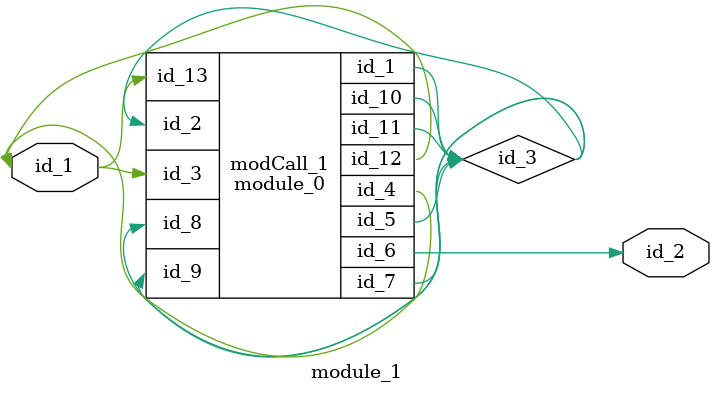
<source format=v>
module module_0 (
    id_1,
    id_2,
    id_3,
    id_4,
    id_5,
    id_6,
    id_7,
    id_8,
    id_9,
    id_10,
    id_11,
    id_12,
    id_13
);
  input wire id_13;
  output wire id_12;
  inout wire id_11;
  output wire id_10;
  input wire id_9;
  input wire id_8;
  inout wire id_7;
  output wire id_6;
  output wire id_5;
  output wire id_4;
  input wire id_3;
  input wire id_2;
  inout wire id_1;
  wire id_14;
endmodule
module module_1 (
    id_1,
    id_2
);
  output wire id_2;
  inout wire id_1;
  wire id_3;
  module_0 modCall_1 (
      id_3,
      id_3,
      id_1,
      id_1,
      id_3,
      id_2,
      id_3,
      id_3,
      id_3,
      id_3,
      id_3,
      id_1,
      id_1
  );
endmodule

</source>
